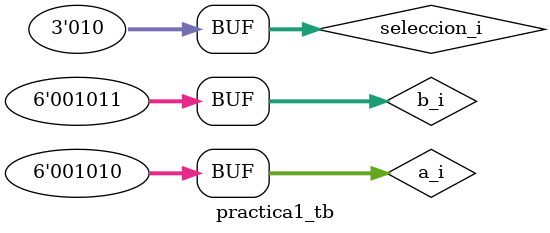
<source format=v>
module practica1 (
	input		[5:0]		a_i,
	input		[5:0]		b_i,
	input		[2:0]		seleccion_i,
// Por defecto son wires
//	output	[11:0]	res_o
	output	[6:0]		disp0,
	output	[6:0]		disp1,
	output	[6:0]		disp2
);

	// Si siempre una variable está dentro de un always
	// hay que ponerle un wire
	reg		[11:0]	res_o;

	always @(a_i, b_i, seleccion_i)
	begin
		case (seleccion_i)
				3'b000:
					res_o = a_i + b_i;
				3'b001:
					res_o = a_i - b_i;
				3'b010:
					res_o = a_i * b_i;
				3'b011:
					res_o = a_i | b_i;
				3'b100:
					res_o = a_i & b_i;
				3'b101:
					res_o = a_i >> b_i;
				3'b110:
					res_o = a_i << b_i;
				3'b111:
					res_o = a_i ^ b_i;
		endcase
	end
	
	// Instancias del display
	
	disp7 display0 (
		.numero_i	(res_o[3:0]),
		.disp_o		(disp0)
	);
	
	disp7 display1 (
		.numero_i	(res_o[7:4]),
		.disp_o		(disp1)
	);
	
	disp7 display2 (
		.numero_i	(res_o[11:8]),
		.disp_o		(disp2)
	);

endmodule 

module practica1_tb(); // Primer paso

	// Segundo paso: input -> reg / output -> wire
	reg		[5:0]		a_i;
	reg		[5:0]		b_i;
	reg		[2:0]		seleccion_i;
	wire		[6:0]		disp0;
	wire		[6:0]		disp1;
	wire		[6:0]		disp2;

	// reg	clk_i;
	
	// Tercer paso: Dar valores iniciales a las señales de entrada
	initial
	begin
		a_i = 6'b0;
		b_i = 6'b0;
		// clk_i = 1'b1;
		seleccion_i = 3'b0;
	end
	
	// Cuarto paso: Hacer una instancia del modulo a probrar
	
	practica1 DUT(
		.a_i (a_i),				
		.b_i (b_i), 
		.seleccion_i (seleccion_i),
		.disp0 (disp0),
		.disp1 (disp1),
		.disp2 (disp2)
	);
	
	// Quinto paso: Cambiar los valores
	
//	always
//	begin
//		#50
//			clk_i = ~clk_i;
//	end
	
	always
	begin
		#100
			a_i = 6'hA;
			b_i = 6'hB;
			seleccion_i = 3'b0;
		#100
			a_i = 6'hA;
			b_i = 6'hB;
			seleccion_i = 3'b1;
		#100
			a_i = 6'hA;
			b_i = 6'hB;
			seleccion_i = 3'b10;
	end
endmodule 
</source>
